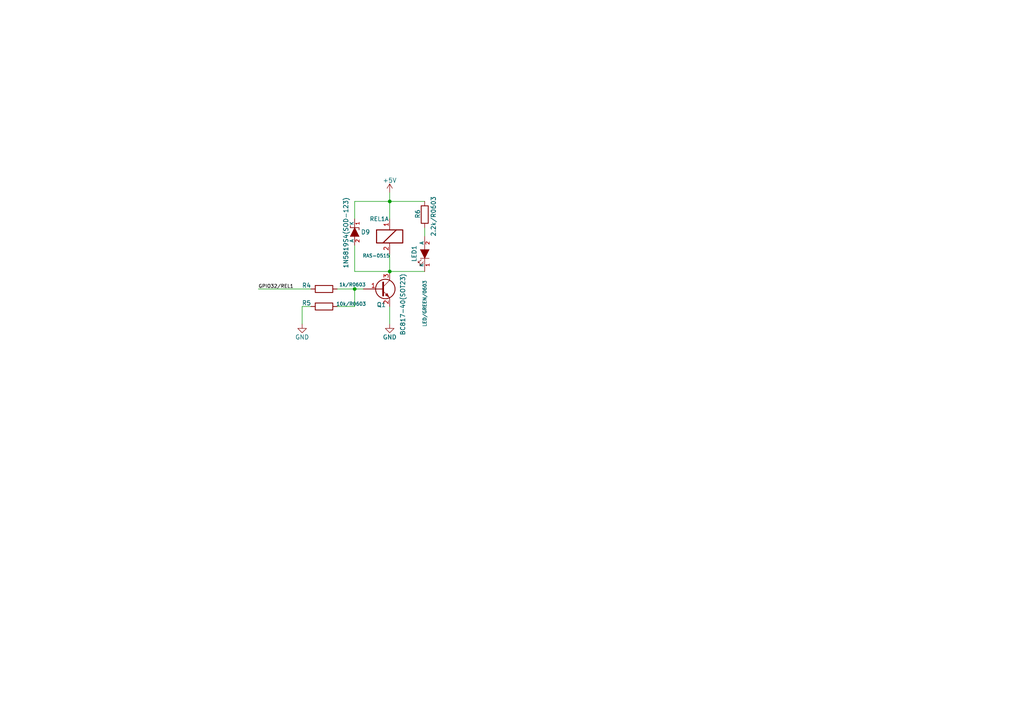
<source format=kicad_sch>
(kicad_sch (version 20230121) (generator eeschema)
  (paper "A4")
  (lib_symbols
    (symbol "ESP32-EVB_Rev_K:+5V" (power) (pin_names (offset 0))
      (property "Value" "+5V" (at 0 3.556 0))
      (symbol "+5V_0_1"
        (polyline (pts (xy -0.762 1.27) (xy 0 2.54)))
        (polyline (pts (xy 0 0) (xy 0 2.54)))
        (polyline (pts (xy 0 2.54) (xy 0.762 1.27)))
      )
      (symbol "+5V_1_1"
        (pin power_in line (at 0 0 90) (length 0) hide (name "+5V") (number "1"))
      )
    )
    (symbol "ESP32-EVB_Rev_K:D_Schottky" (pin_names (offset 0))
      (property "Reference" "D" (at 0 2.54 0))
      (property "Value" "D_Schottky" (at 0 -2.54 0))
      (symbol "D_Schottky_0_1"
        (polyline (pts (xy 1.27 -1.27) (xy -1.27 0) (xy 1.27 1.27)) (fill (type outline)))
        (polyline (pts (xy -0.635 1.27) (xy -1.27 1.27) (xy -1.27 -1.27) (xy -1.905 -1.27)) (stroke (width 0.2032)))
        (rectangle (start 1.27 1.27) (end 1.27 -1.27))
      )
      (symbol "D_Schottky_1_1"
        (pin passive line (at -3.81 0 0) (length 2.54) (name "K") (number "1"))
        (pin passive line (at 3.81 0 180) (length 2.54) (name "A") (number "2"))
      )
    )
    (symbol "ESP32-EVB_Rev_K:GND" (power) (pin_names (offset 0))
      (property "Value" "GND" (at 0 -3.81 0))
      (symbol "GND_0_1"
        (polyline (pts (xy 0 0) (xy 0 -1.27) (xy 1.27 -1.27) (xy 0 -2.54) (xy -1.27 -1.27) (xy 0 -1.27)))
      )
      (symbol "GND_1_1"
        (pin power_in line (at 0 0 270) (length 0) hide (name "GND") (number "1"))
      )
    )
    (symbol "ESP32-EVB_Rev_K:LED" (pin_names (offset 0))
      (property "Reference" "LED" (at 0 2.54 0))
      (property "Value" "LED" (at 0 -2.54 0))
      (symbol "LED_0_1"
        (polyline (pts (xy -3.302 1.397) (xy -3.302 0.889)))
        (polyline (pts (xy -2.54 1.905) (xy -2.032 1.905)))
        (polyline (pts (xy -1.27 -1.27) (xy -1.27 1.27)))
        (polyline (pts (xy -2.286 0.381) (xy -3.302 1.397) (xy -2.794 1.397)))
        (polyline (pts (xy -1.651 1.016) (xy -2.54 1.905) (xy -2.54 1.397)))
        (polyline (pts (xy 1.27 -1.27) (xy -1.27 0) (xy 1.27 1.27)) (fill (type outline)))
        (rectangle (start 1.27 1.27) (end 1.27 -1.27))
      )
      (symbol "LED_1_1"
        (pin passive line (at -5.08 0 0) (length 3.81) (name "K") (number "1"))
        (pin passive line (at 5.08 0 180) (length 3.81) (name "A") (number "2"))
      )
    )
    (symbol "ESP32-EVB_Rev_K:Q_NPN_BEC" (pin_names (offset 0) hide)
      (property "Reference" "Q" (at 7.62 1.27 0))
      (property "Value" "Q_NPN_BEC" (at 15.24 -1.27 0))
      (symbol "Q_NPN_BEC_0_1"
        (polyline (pts (xy 0.635 0.635) (xy 2.54 2.54)))
        (polyline (pts (xy 0.635 -0.635) (xy 2.54 -2.54) (xy 2.54 -2.54)))
        (polyline (pts (xy 0.635 1.905) (xy 0.635 -1.905) (xy 0.635 -1.905)) (stroke (width 0.508)))
        (polyline (pts (xy 1.27 -1.778) (xy 1.778 -1.27) (xy 2.286 -2.286) (xy 1.27 -1.778) (xy 1.27 -1.778)) (fill (type outline)))
        (circle (center 1.27 0) (radius 2.8194) (stroke (width 0.254)))
      )
      (symbol "Q_NPN_BEC_1_1"
        (pin passive line (at -5.08 0 0) (length 5.715) (name "B") (number "1"))
        (pin passive line (at 2.54 -5.08 90) (length 2.54) (name "E") (number "2"))
        (pin passive line (at 2.54 5.08 270) (length 2.54) (name "C") (number "3"))
      )
    )
    (symbol "ESP32-EVB_Rev_K:R" (pin_numbers hide) (pin_names (offset 0))
      (property "Reference" "R" (at 0 2.032 0))
      (property "Value" "R" (at 0 0 0))
      (symbol "R_0_1"
        (rectangle (start 2.54 -1.016) (end -2.54 1.016) (stroke (width 0.254)))
      )
      (symbol "R_1_1"
        (pin passive line (at -3.81 0 0) (length 1.27) (name "~") (number "1"))
        (pin passive line (at 3.81 0 180) (length 1.27) (name "~") (number "2"))
      )
    )
    (symbol "ESP32-EVB_Rev_K:Relay" (pin_names (offset 1.016))
      (property "Reference" "REL" (at 3.81 3.81 0))
      (property "Value" "Relay" (at 3.81 -3.81 0))
      (symbol "Relay_1_1"
        (rectangle (start -3.81 -1.8796) (end 3.7846 1.905) (stroke (width 0.3048)))
        (polyline (pts (xy -1.905 -1.8288) (xy 1.905 1.8796)) (stroke (width 0.3048)))
        (pin passive line (at 0 5.08 270) (length 3.2004) (name "~") (number "1"))
        (pin passive line (at 0 -5.08 90) (length 3.2004) (name "~") (number "2"))
      )
      (symbol "Relay_2_1"
        (circle (center 0 -0.6096) (radius 0.0508) (stroke (width 0.254)))
        (circle (center 0 -0.6096) (radius 0.3048) (stroke (width 0.254)))
        (polyline (pts (xy -2.5908 2.54) (xy -3.2766 2.54)) (stroke (width 0.3048)))
        (polyline (pts (xy -2.5908 2.54) (xy -1.778 2.54)) (stroke (width 0.3048)))
        (polyline (pts (xy 0 -0.6096) (xy 0 -1.905)) (stroke (width 0.3048)))
        (polyline (pts (xy 0 -0.381) (xy 3.302 2.921)) (stroke (width 0.3048)))
        (polyline (pts (xy 2.6162 2.54) (xy 1.8034 2.54)) (stroke (width 0.3048)))
        (polyline (pts (xy 2.6162 2.54) (xy 3.3274 2.54)) (stroke (width 0.3048)))
        (pin passive line (at 0 -5.08 90) (length 2.9972) (name "~") (number "COM0"))
        (pin passive line (at 5.08 2.54 180) (length 2.4892) (name "~") (number "NC0"))
        (pin passive line (at -5.08 2.54 0) (length 2.4892) (name "~") (number "NO0"))
      )
    )
  )
  (junction (at 113.03 58.42))
  (junction (at 113.03 78.74))
  (junction (at 102.87 83.82))
  (wire (pts (xy 113.03 78.74) (xy 113.03 73.66)))
  (wire (pts (xy 102.87 83.82) (xy 105.41 83.82)))
  (wire (pts (xy 87.63 88.9) (xy 87.63 93.98)))
  (wire (pts (xy 113.03 78.74) (xy 123.19 78.74)))
  (wire (pts (xy 113.03 93.98) (xy 113.03 88.9)))
  (wire (pts (xy 97.79 88.9) (xy 102.87 88.9)))
  (wire (pts (xy 113.03 58.42) (xy 113.03 63.5)))
  (wire (pts (xy 102.87 88.9) (xy 102.87 83.82)))
  (wire (pts (xy 113.03 55.88) (xy 113.03 58.42)))
  (wire (pts (xy 97.79 83.82) (xy 102.87 83.82)))
  (wire (pts (xy 102.87 71.12) (xy 102.87 78.74)))
  (wire (pts (xy 102.87 78.74) (xy 113.03 78.74)))
  (wire (pts (xy 102.87 63.5) (xy 102.87 58.42)))
  (wire (pts (xy 113.03 58.42) (xy 123.19 58.42)))
  (wire (pts (xy 123.19 66.04) (xy 123.19 68.58)))
  (wire (pts (xy 90.17 88.9) (xy 87.63 88.9)))
  (wire (pts (xy 102.87 58.42) (xy 113.03 58.42)))
  (wire (pts (xy 90.17 83.82) (xy 74.93 83.82)))
  (label "GPIO32/REL1" (at 74.93 83.82 0) (effects (font (size 0.9906 0.9906))))
  (symbol (lib_id "ESP32-EVB_Rev_K:GND") (at 113.03 93.98 0) (unit 1)
    (property "Reference" "#PWR024" (effects hide))
    (property "Value" "GND" (at 113.03 97.79 0))
    (instances (project "esp32-multitool" (path "" (reference "#PWR024") (unit 1)) (path "" (reference "#PWR06") (unit 1))) (project "ESP32-EVB_Rev_K" (path "" (reference "#PWR022") (unit 1))))
  )
  (symbol (lib_id "ESP32-EVB_Rev_K:GND") (at 87.63 93.98 0) (unit 1)
    (property "Reference" "#PWR021" (effects hide))
    (property "Value" "GND" (at 87.63 97.79 0))
    (instances (project "esp32-multitool" (path "" (reference "#PWR021") (unit 1)) (path "" (reference "#PWR01") (unit 1))) (project "ESP32-EVB_Rev_K" (path "" (reference "#PWR023") (unit 1))))
  )
  (symbol (lib_id "ESP32-EVB_Rev_K:+5V") (at 113.03 55.88 0) (unit 1)
    (property "Reference" "#PWR022" (effects hide))
    (property "Value" "+5V" (at 113.03 52.324 0))
    (instances (project "esp32-multitool" (path "" (reference "#PWR022") (unit 1)) (path "" (reference "#PWR04") (unit 1))) (project "ESP32-EVB_Rev_K" (path "" (reference "#PWR024") (unit 1))))
  )
  (symbol (lib_id "ESP32-EVB_Rev_K:Relay") (at 113.03 68.58 0) (unit 1)
    (property "Reference" "REL1" (at 107.188 63.5 0) (effects (font (size 1.1938 1.1938)) (justify left)))
    (property "Value" "RAS-0515" (at 105.156 74.168 0) (effects (font (size 0.9906 0.9906)) (justify left)))
    (property "Footprint" "OLIMEX_Relays-FP:Relay_RAS-05-15" (effects hide))
    (property "Fieldname 1" "Value 1" (effects hide))
    (property "Fieldname2" "Value2" (effects hide))
    (property "Fieldname3" "Value3" (effects hide))
    (instances (project "esp32-multitool" (path "" (reference "REL1") (unit 1)) (path "" (reference "REL2") (unit 1))) (project "ESP32-EVB_Rev_K" (path "" (reference "REL1") (unit 1))))
  )
  (symbol (lib_id "ESP32-EVB_Rev_K:R") (at 93.98 83.82 0) (unit 1)
    (property "Reference" "R4" (at 88.9 82.804 0))
    (property "Value" "1k/R0603" (at 102.235 82.55 0) (effects (font (size 0.9906 0.9906))))
    (property "Footprint" "OLIMEX_RLC-FP:R_0603_5MIL_DWS" (effects hide))
    (property "Fieldname 1" "Value 1" (effects hide))
    (property "Fieldname2" "Value2" (effects hide))
    (property "Fieldname3" "Value3" (effects hide))
    (instances (project "esp32-multitool" (path "" (reference "R4") (unit 1)) (path "" (reference "R33") (unit 1))) (project "ESP32-EVB_Rev_K" (path "" (reference "R1") (unit 1))))
  )
  (symbol (lib_id "ESP32-EVB_Rev_K:D_Schottky") (at 102.87 67.31 270) (unit 1)
    (property "Reference" "D9" (at 104.648 67.31 90) (effects (justify left)))
    (property "Value" "1N5819S4(SOD-123)" (at 100.33 57.15 0) (effects (justify left)))
    (property "Footprint" "OLIMEX_Diodes-FP:SOD-123_1C-2A_KA" (effects hide))
    (property "Fieldname 1" "Value 1" (effects hide))
    (property "Fieldname2" "Value2" (effects hide))
    (property "Fieldname3" "Value3" (effects hide))
    (instances (project "esp32-multitool" (path "" (reference "D9") (unit 1)) (path "" (reference "D3") (unit 1))) (project "ESP32-EVB_Rev_K" (path "" (reference "D1") (unit 1))))
  )
  (symbol (lib_id "ESP32-EVB_Rev_K:R") (at 93.98 88.9 0) (unit 1)
    (property "Reference" "R5" (at 88.9 87.884 0))
    (property "Value" "10k/R0603" (at 101.854 88.138 0) (effects (font (size 0.9906 0.9906))))
    (property "Footprint" "OLIMEX_RLC-FP:R_0603_5MIL_DWS" (effects hide))
    (property "Fieldname 1" "Value 1" (effects hide))
    (property "Fieldname2" "Value2" (effects hide))
    (property "Fieldname3" "Value3" (effects hide))
    (instances (project "esp32-multitool" (path "" (reference "R5") (unit 1)) (path "" (reference "R34") (unit 1))) (project "ESP32-EVB_Rev_K" (path "" (reference "R2") (unit 1))))
  )
  (symbol (lib_id "ESP32-EVB_Rev_K:Q_NPN_BEC") (at 110.49 83.82 0) (unit 1)
    (property "Reference" "Q1" (at 109.22 88.392 0) (effects (justify left)))
    (property "Value" "BC817-40(SOT23)" (at 116.84 97.282 90) (effects (justify left)))
    (property "Footprint" "OLIMEX_Transistors-FP:SOT23" (effects hide))
    (property "Fieldname 1" "Value 1" (effects hide))
    (property "Fieldname2" "Value2" (effects hide))
    (property "Fieldname3" "Value3" (effects hide))
    (instances (project "esp32-multitool" (path "" (reference "Q1") (unit 1)) (path "" (reference "Q3") (unit 1))) (project "ESP32-EVB_Rev_K" (path "" (reference "Q1") (unit 1))))
  )
  (symbol (lib_id "ESP32-EVB_Rev_K:LED") (at 123.19 73.66 90) (unit 1)
    (property "Reference" "LED1" (at 120.142 71.12 0) (effects (justify right)))
    (property "Value" "LED/GREEN/0603" (at 123.19 81.28 0) (effects (font (size 0.9906 0.9906)) (justify right)))
    (property "Footprint" "OLIMEX_LEDs-FP:LED_0603_KA" (effects hide))
    (property "Fieldname 1" "Value 1" (effects hide))
    (property "Fieldname2" "Value2" (effects hide))
    (property "Fieldname3" "Value3" (effects hide))
    (instances (project "esp32-multitool" (path "" (reference "LED1") (unit 1)) (path "" (reference "LED2") (unit 1))) (project "ESP32-EVB_Rev_K" (path "" (reference "LED1") (unit 1))))
  )
  (symbol (lib_id "ESP32-EVB_Rev_K:R") (at 123.19 62.23 270) (unit 1)
    (property "Reference" "R6" (at 121.158 60.706 0) (effects (justify left)))
    (property "Value" "2.2k/R0603" (at 125.73 56.896 0) (effects (justify left)))
    (property "Footprint" "OLIMEX_RLC-FP:R_0603_5MIL_DWS" (effects hide))
    (property "Fieldname 1" "Value 1" (effects hide))
    (property "Fieldname2" "Value2" (effects hide))
    (property "Fieldname3" "Value3" (effects hide))
    (instances (project "esp32-multitool" (path "" (reference "R6") (unit 1)) (path "" (reference "R35") (unit 1))) (project "ESP32-EVB_Rev_K" (path "" (reference "R3") (unit 1))))
  )
)
</source>
